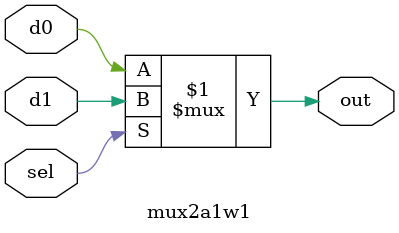
<source format=sv>
`timescale 1ns / 1ps

// Design of a multiplexor 2 to 1 with a width of 1 bit

module mux2a1w1(
    input logic d0, d1,
    input logic sel,
    output logic out
);

// Internal Signals
// ...
 
// Hardware

assign out = (sel) ? d1 : d0;

endmodule

</source>
